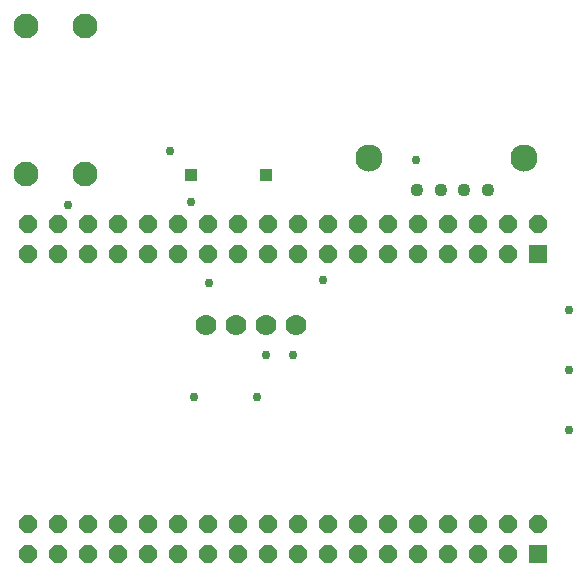
<source format=gbr>
G04 EAGLE Gerber RS-274X export*
G75*
%MOMM*%
%FSLAX34Y34*%
%LPD*%
%INBottom Copper*%
%IPPOS*%
%AMOC8*
5,1,8,0,0,1.08239X$1,22.5*%
G01*
%ADD10C,1.778000*%
%ADD11C,2.100000*%
%ADD12R,1.524000X1.524000*%
%ADD13P,1.649562X8X202.500000*%
%ADD14C,1.108000*%
%ADD15C,2.300000*%
%ADD16R,1.108000X1.108000*%
%ADD17C,0.756400*%


D10*
X-1089660Y-2463800D03*
X-1140460Y-2463800D03*
X-1115060Y-2463800D03*
X-1064260Y-2463800D03*
D11*
X-1292460Y-2335800D03*
X-1242460Y-2335800D03*
X-1292460Y-2210800D03*
X-1242460Y-2210800D03*
D12*
X-859200Y-2657100D03*
D13*
X-859200Y-2631700D03*
X-884600Y-2657100D03*
X-884600Y-2631700D03*
X-910000Y-2657100D03*
X-910000Y-2631700D03*
X-935400Y-2657100D03*
X-935400Y-2631700D03*
X-960800Y-2657100D03*
X-960800Y-2631700D03*
X-986200Y-2657100D03*
X-986200Y-2631700D03*
X-1011600Y-2657100D03*
X-1011600Y-2631700D03*
X-1037000Y-2657100D03*
X-1037000Y-2631700D03*
X-1062400Y-2657100D03*
X-1062400Y-2631700D03*
X-1087800Y-2657100D03*
X-1087800Y-2631700D03*
X-1113200Y-2657100D03*
X-1113200Y-2631700D03*
X-1138600Y-2657100D03*
X-1138600Y-2631700D03*
X-1164000Y-2657100D03*
X-1164000Y-2631700D03*
X-1189400Y-2657100D03*
X-1189400Y-2631700D03*
X-1214800Y-2657100D03*
X-1214800Y-2631700D03*
X-1240200Y-2657100D03*
X-1240200Y-2631700D03*
X-1265600Y-2657100D03*
X-1265600Y-2631700D03*
X-1291000Y-2657100D03*
X-1291000Y-2631700D03*
D12*
X-859200Y-2403100D03*
D13*
X-859200Y-2377700D03*
X-884600Y-2403100D03*
X-884600Y-2377700D03*
X-910000Y-2403100D03*
X-910000Y-2377700D03*
X-935400Y-2403100D03*
X-935400Y-2377700D03*
X-960800Y-2403100D03*
X-960800Y-2377700D03*
X-986200Y-2403100D03*
X-986200Y-2377700D03*
X-1011600Y-2403100D03*
X-1011600Y-2377700D03*
X-1037000Y-2403100D03*
X-1037000Y-2377700D03*
X-1062400Y-2403100D03*
X-1062400Y-2377700D03*
X-1087800Y-2403100D03*
X-1087800Y-2377700D03*
X-1113200Y-2403100D03*
X-1113200Y-2377700D03*
X-1138600Y-2403100D03*
X-1138600Y-2377700D03*
X-1164000Y-2403100D03*
X-1164000Y-2377700D03*
X-1189400Y-2403100D03*
X-1189400Y-2377700D03*
X-1214800Y-2403100D03*
X-1214800Y-2377700D03*
X-1240200Y-2403100D03*
X-1240200Y-2377700D03*
X-1265600Y-2403100D03*
X-1265600Y-2377700D03*
X-1291000Y-2403100D03*
X-1291000Y-2377700D03*
D14*
X-901700Y-2349500D03*
X-921700Y-2349500D03*
X-941700Y-2349500D03*
X-961700Y-2349500D03*
D15*
X-871000Y-2322400D03*
X-1002400Y-2322400D03*
D16*
X-1153160Y-2336800D03*
X-1089660Y-2336800D03*
D17*
X-833120Y-2451100D03*
X-833120Y-2552700D03*
X-833120Y-2501900D03*
X-1089660Y-2489200D03*
X-962660Y-2324100D03*
X-1041400Y-2425700D03*
X-1153160Y-2359660D03*
X-1257300Y-2362200D03*
X-1066800Y-2489200D03*
X-1150620Y-2524760D03*
X-1097280Y-2524760D03*
X-1170940Y-2316480D03*
X-1137920Y-2428240D03*
M02*

</source>
